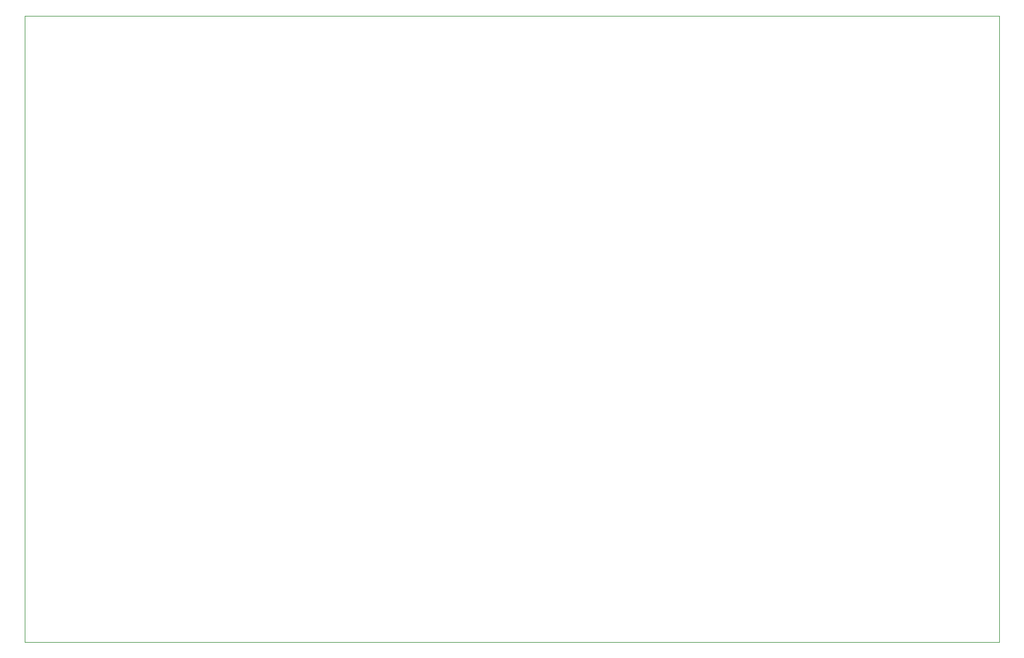
<source format=gbr>
G04 #@! TF.GenerationSoftware,KiCad,Pcbnew,5.1.5+dfsg1-2build2*
G04 #@! TF.CreationDate,2023-12-24T06:28:24+00:00*
G04 #@! TF.ProjectId,small_esc,736d616c-6c5f-4657-9363-2e6b69636164,rev?*
G04 #@! TF.SameCoordinates,Original*
G04 #@! TF.FileFunction,Profile,NP*
%FSLAX46Y46*%
G04 Gerber Fmt 4.6, Leading zero omitted, Abs format (unit mm)*
G04 Created by KiCad (PCBNEW 5.1.5+dfsg1-2build2) date 2023-12-24 06:28:24*
%MOMM*%
%LPD*%
G04 APERTURE LIST*
%ADD10C,0.050000*%
G04 APERTURE END LIST*
D10*
X86030000Y-50150000D02*
X201030000Y-50150000D01*
X226030000Y-50150000D02*
X216030000Y-50150000D01*
X226030000Y-140150000D02*
X226030000Y-50150000D01*
X216030000Y-140150000D02*
X226030000Y-140150000D01*
X216030000Y-50150000D02*
X206030000Y-50150000D01*
X206030000Y-140150000D02*
X216030000Y-140150000D01*
X86030000Y-140150000D02*
X86030000Y-50150000D01*
X206030000Y-140150000D02*
X86030000Y-140150000D01*
X201030000Y-50150000D02*
X206030000Y-50150000D01*
M02*

</source>
